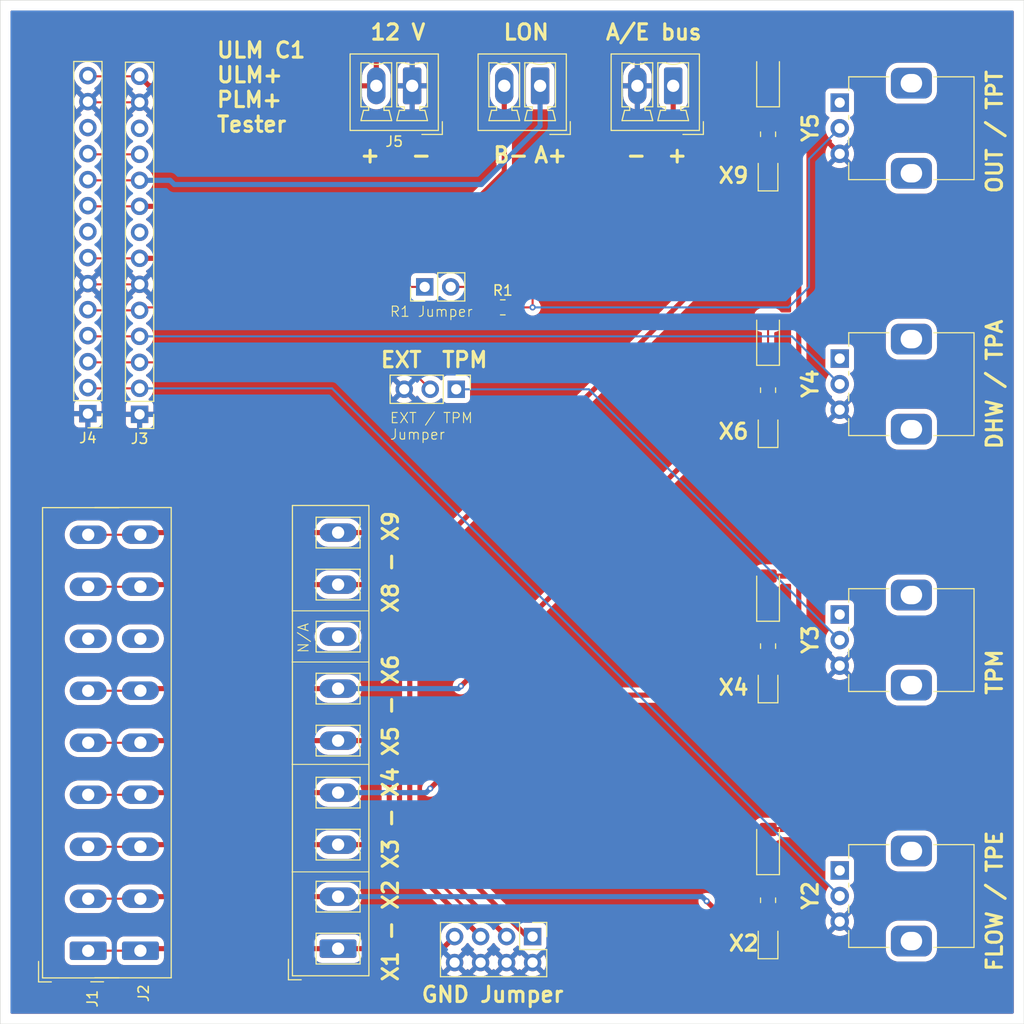
<source format=kicad_pcb>
(kicad_pcb (version 20241229) (generator "pcbnew") (generator_version "9.0")
  (layers (0 "F.Cu" signal) (2 "B.Cu" signal) (13 "F.Paste" user) (15 "B.Paste" user) (5 "F.SilkS" user "F.Silkscreen") (7 "B.SilkS" user "B.Silkscreen") (1 "F.Mask" user) (3 "B.Mask" user) (25 "Edge.Cuts" user))
  (net 0 "")
  (net 1 "X_5")
  (net 2 "X_8")
  (net 3 "X_4")
  (net 4 "X_2")
  (net 5 "X_3")
  (net 6 "X_6")
  (net 7 "X_1")
  (net 8 "X_9")
  (net 11 "Y_9")
  (net 12 "Y_5")
  (net 13 "Y_1")
  (net 15 "Y_4")
  (net 16 "Y_2")
  (net 17 "Y_14")
  (net 18 "Y_10")
  (net 19 "Y_11")
  (net 20 "Y_3")
  (net 21 "Net-(D2-A)")
  (net 23 "Y_7")
  (net 26 "Net-(D6-A)")
  (net 27 "Net-(D7-A)")
  (net 28 "Net-(D8-A)")
  (net 34 "Net-(J11-Pin_1)")
  (footprint "Resistor_SMD:R_0805_2012Metric" (layer "F.Cu") (at 124 111.0875 -90)
    (property "Reference" "R3" (hide yes))
    (property "Value" "R_Small")
    (pad "1" smd roundrect (at -0.9125 0 270) (size 1.025 1.4) (layers "F.Cu" "F.Mask" "F.Paste") (roundrect_rratio 0.243902) (net 17 "Y_14"))
    (pad "2" smd roundrect (at 0.9125 0 270) (size 1.025 1.4) (layers "F.Cu" "F.Mask" "F.Paste") (roundrect_rratio 0.243902) (net 26 "Net-(D6-A)"))
  )
  (footprint "Diode_SMD:D_MiniMELF" (layer "F.Cu") (at 124 130.75 90)
    (property "Reference" "D1" (hide yes))
    (property "Value" "D_Small" (hide yes))
    (pad "1" smd roundrect (at -1.75 0 90) (size 1.3 1.7) (layers "F.Cu" "F.Mask" "F.Paste") (roundrect_rratio 0.1923076923) (net 17 "Y_14"))
    (pad "2" smd roundrect (at 1.75 0 90) (size 1.3 1.7) (layers "F.Cu" "F.Mask" "F.Paste") (roundrect_rratio 0.1923076923) (net 17 "Y_14"))
  )
  (footprint "Connector_Phoenix_MC_HighVoltage:PhoenixContact_MCV_1,5_9-G-5.08_1x09_P5.08mm_Vertical" (layer "F.Cu") (at 57.59 140.85 90)
    (property "Reference" "J1" (at -4.68 0.41 90) (layer "F.SilkS"))
    (property "Value" "Conn_01x09_Pin" (hide yes))
    (pad "1" thru_hole roundrect (at 0 0 90) (size 1.8 3.6) (drill 1.2) (layers "*.Cu" "*.Mask") (roundrect_rratio 0.138889) (net 7 "X_1"))
    (pad "2" thru_hole oval (at 5.08 0 90) (size 1.8 3.6) (drill 1.2) (layers "*.Cu" "*.Mask") (net 4 "X_2"))
    (pad "3" thru_hole oval (at 10.16 0 90) (size 1.8 3.6) (drill 1.2) (layers "*.Cu" "*.Mask") (net 5 "X_3"))
    (pad "4" thru_hole oval (at 15.24 0 90) (size 1.8 3.6) (drill 1.2) (layers "*.Cu" "*.Mask") (net 3 "X_4"))
    (pad "5" thru_hole oval (at 20.32 0 90) (size 1.8 3.6) (drill 1.2) (layers "*.Cu" "*.Mask") (net 1 "X_5"))
    (pad "6" thru_hole oval (at 25.4 0 90) (size 1.8 3.6) (drill 1.2) (layers "*.Cu" "*.Mask") (net 6 "X_6"))
    (pad "7" thru_hole oval (at 30.48 0 90) (size 1.8 3.6) (drill 1.2) (layers "*.Cu" "*.Mask"))
    (pad "8" thru_hole oval (at 35.56 0 90) (size 1.8 3.6) (drill 1.2) (layers "*.Cu" "*.Mask") (net 2 "X_8"))
    (pad "9" thru_hole oval (at 40.64 0 90) (size 1.8 3.6) (drill 1.2) (layers "*.Cu" "*.Mask") (net 8 "X_9"))
  )
  (footprint "Diode_SMD:D_MiniMELF" (layer "F.Cu") (at 124 55.75 90)
    (property "Reference" "D5" (hide yes))
    (property "Value" "D_Small")
    (pad "1" smd roundrect (at -1.75 0 90) (size 1.3 1.7) (layers "F.Cu" "F.Mask" "F.Paste") (roundrect_rratio 0.1923076923) (net 17 "Y_14"))
    (pad "2" smd roundrect (at 1.75 0 90) (size 1.3 1.7) (layers "F.Cu" "F.Mask" "F.Paste") (roundrect_rratio 0.1923076923) (net 17 "Y_14"))
  )
  (footprint "Connector_Phoenix_MC_HighVoltage:PhoenixContact_MCV_1,5_9-G-5.08_1x09_P5.08mm_Vertical" (layer "F.Cu") (at 62.69 140.84 90)
    (property "Reference" "J2" (at -4.16 0.31 90) (layer "F.SilkS"))
    (property "Value" "Conn_01x09_Pin" (hide yes))
    (pad "1" thru_hole roundrect (at 0 0 90) (size 1.8 3.6) (drill 1.2) (layers "*.Cu" "*.Mask") (roundrect_rratio 0.138889) (net 7 "X_1"))
    (pad "2" thru_hole oval (at 5.08 0 90) (size 1.8 3.6) (drill 1.2) (layers "*.Cu" "*.Mask") (net 4 "X_2"))
    (pad "3" thru_hole oval (at 10.16 0 90) (size 1.8 3.6) (drill 1.2) (layers "*.Cu" "*.Mask") (net 5 "X_3"))
    (pad "4" thru_hole oval (at 15.24 0 90) (size 1.8 3.6) (drill 1.2) (layers "*.Cu" "*.Mask") (net 3 "X_4"))
    (pad "5" thru_hole oval (at 20.32 0 90) (size 1.8 3.6) (drill 1.2) (layers "*.Cu" "*.Mask") (net 1 "X_5"))
    (pad "6" thru_hole oval (at 25.4 0 90) (size 1.8 3.6) (drill 1.2) (layers "*.Cu" "*.Mask") (net 6 "X_6"))
    (pad "7" thru_hole oval (at 30.48 0 90) (size 1.8 3.6) (drill 1.2) (layers "*.Cu" "*.Mask"))
    (pad "8" thru_hole oval (at 35.56 0 90) (size 1.8 3.6) (drill 1.2) (layers "*.Cu" "*.Mask") (net 2 "X_8"))
    (pad "9" thru_hole oval (at 40.64 0 90) (size 1.8 3.6) (drill 1.2) (layers "*.Cu" "*.Mask") (net 8 "X_9"))
  )
  (footprint "LED_SMD:LED_0805_2012Metric" (layer "F.Cu") (at 124 64.9375 90)
    (property "Reference" "D8" (hide yes))
    (property "Value" "LED")
    (pad "1" smd roundrect (at -0.9375 0 90) (size 0.975 1.4) (layers "F.Cu" "F.Mask" "F.Paste") (net 8 "X_9"))
    (pad "2" smd roundrect (at 0.9375 0 90) (size 0.975 1.4) (layers "F.Cu" "F.Mask" "F.Paste") (net 28 "Net-(D8-A)"))
  )
  (footprint "Potentiometer_THT:Potentiometer_Alps_RK09K_Single_Vertical" (layer "F.Cu") (at 131 133)
    (property "Reference" "RV4" (hide yes))
    (property "Value" "R_Potentiometer_Small" (hide yes))
    (pad "1" thru_hole rect (at 0 0) (size 1.8 1.8) (drill 1) (layers "*.Cu" "*.Mask"))
    (pad "2" thru_hole circle (at 0 2.5) (size 1.8 1.8) (drill 1) (layers "*.Cu" "*.Mask") (net 16 "Y_2"))
    (pad "3" thru_hole circle (at 0 5) (size 1.8 1.8) (drill 1) (layers "*.Cu" "*.Mask") (net 13 "Y_1"))
    (pad "MP" thru_hole roundrect (at 7 -1.9) (size 4 3) (drill oval 2.1 1.8) (layers "*.Cu" "*.Mask"))
    (pad "MP" thru_hole roundrect (at 7 6.9) (size 4 3) (drill oval 2.1 1.8) (layers "*.Cu" "*.Mask"))
  )
  (footprint "Connector_Phoenix_MC:PhoenixContact_MCV_1,5_2-G-3.5_1x02_P3.50mm_Vertical" (layer "F.Cu") (at 89.2325 56.3575 180)
    (property "Reference" "J5" (at 1.75 -5.45 0) (layer "F.SilkS"))
    (property "Value" "Conn_01x02_Socket" (hide yes))
    (pad "1" thru_hole roundrect (at 0 0 180) (size 1.8 3.6) (drill 1.2) (layers "*.Cu" "*.Mask") (roundrect_rratio 0.138889) (net 13 "Y_1"))
    (pad "2" thru_hole oval (at 3.5 0 180) (size 1.8 3.6) (drill 1.2) (layers "*.Cu" "*.Mask") (net 17 "Y_14"))
  )
  (footprint "Resistor_SMD:R_0805_2012Metric" (layer "F.Cu") (at 124 61.0875 -90)
    (property "Reference" "R5" (hide yes))
    (property "Value" "R_Small")
    (pad "1" smd roundrect (at -0.9125 0 270) (size 1.025 1.4) (layers "F.Cu" "F.Mask" "F.Paste") (roundrect_rratio 0.243902) (net 17 "Y_14"))
    (pad "2" smd roundrect (at 0.9125 0 270) (size 1.025 1.4) (layers "F.Cu" "F.Mask" "F.Paste") (roundrect_rratio 0.243902) (net 28 "Net-(D8-A)"))
  )
  (footprint "Connector_Phoenix_MC:PhoenixContact_MCV_1,5_2-G-3.5_1x02_P3.50mm_Vertical" (layer "F.Cu") (at 114.7325 56.3575 180)
    (property "Reference" "J7" (hide yes))
    (property "Value" "Conn_01x02_Socket" (hide yes))
    (pad "1" thru_hole roundrect (at 0 0 180) (size 1.8 3.6) (drill 1.2) (layers "*.Cu" "*.Mask") (roundrect_rratio 0.138889) (net 23 "Y_7"))
    (pad "2" thru_hole oval (at 3.5 0 180) (size 1.8 3.6) (drill 1.2) (layers "*.Cu" "*.Mask") (net 13 "Y_1"))
  )
  (footprint "LED_SMD:LED_0805_2012Metric" (layer "F.Cu") (at 124 114.9375 90)
    (property "Reference" "D6" (hide yes))
    (property "Value" "LED")
    (pad "1" smd roundrect (at -0.9375 0 90) (size 0.975 1.4) (layers "F.Cu" "F.Mask" "F.Paste") (net 3 "X_4"))
    (pad "2" smd roundrect (at 0.9375 0 90) (size 0.975 1.4) (layers "F.Cu" "F.Mask" "F.Paste") (net 26 "Net-(D6-A)"))
  )
  (footprint "Potentiometer_THT:Potentiometer_Alps_RK09K_Single_Vertical" (layer "F.Cu") (at 131 108)
    (property "Reference" "RV3" (hide yes))
    (property "Value" "R_Potentiometer_Small" (hide yes))
    (pad "1" thru_hole rect (at 0 0) (size 1.8 1.8) (drill 1) (layers "*.Cu" "*.Mask"))
    (pad "2" thru_hole circle (at 0 2.5) (size 1.8 1.8) (drill 1) (layers "*.Cu" "*.Mask") (net 34 "Net-(J11-Pin_1)"))
    (pad "3" thru_hole circle (at 0 5) (size 1.8 1.8) (drill 1) (layers "*.Cu" "*.Mask") (net 13 "Y_1"))
    (pad "MP" thru_hole roundrect (at 7 -1.9) (size 4 3) (drill oval 2.1 1.8) (layers "*.Cu" "*.Mask"))
    (pad "MP" thru_hole roundrect (at 7 6.9) (size 4 3) (drill oval 2.1 1.8) (layers "*.Cu" "*.Mask"))
  )
  (footprint "Resistor_SMD:R_0805_2012Metric" (layer "F.Cu") (at 124 135.9125 -90)
    (property "Reference" "R2" (hide yes))
    (property "Value" "R_Small" (hide yes))
    (pad "1" smd roundrect (at -0.9125 0 270) (size 1.025 1.4) (layers "F.Cu" "F.Mask" "F.Paste") (roundrect_rratio 0.243902) (net 17 "Y_14"))
    (pad "2" smd roundrect (at 0.9125 0 270) (size 1.025 1.4) (layers "F.Cu" "F.Mask" "F.Paste") (roundrect_rratio 0.243902) (net 21 "Net-(D2-A)"))
  )
  (footprint "Connector_PinHeader_2.54mm:PinHeader_1x02_P2.54mm_Vertical" (layer "F.Cu") (at 90.46 76 90)
    (property "Reference" "J10" (hide yes))
    (property "Value" "Conn_01x02_Pin" (hide yes))
    (pad "1" thru_hole rect (at 0 0 90) (size 1.7 1.7) (drill 1) (layers "*.Cu" "*.Mask") (net 12 "Y_5"))
    (pad "2" thru_hole circle (at 0 2.54 90) (size 1.7 1.7) (drill 1) (layers "*.Cu" "*.Mask") (net 12 "Y_5"))
  )
  (footprint "Potentiometer_THT:Potentiometer_Alps_RK09K_Single_Vertical" (layer "F.Cu") (at 131 83)
    (property "Reference" "RV2" (hide yes))
    (property "Value" "R_Potentiometer_Small" (hide yes))
    (pad "1" thru_hole rect (at 0 0) (size 1.8 1.8) (drill 1) (layers "*.Cu" "*.Mask"))
    (pad "2" thru_hole circle (at 0 2.5) (size 1.8 1.8) (drill 1) (layers "*.Cu" "*.Mask") (net 15 "Y_4"))
    (pad "3" thru_hole circle (at 0 5) (size 1.8 1.8) (drill 1) (layers "*.Cu" "*.Mask") (net 13 "Y_1"))
    (pad "MP" thru_hole roundrect (at 7 -1.9) (size 4 3) (drill oval 2.1 1.8) (layers "*.Cu" "*.Mask"))
    (pad "MP" thru_hole roundrect (at 7 6.9) (size 4 3) (drill oval 2.1 1.8) (layers "*.Cu" "*.Mask"))
  )
  (footprint "Connector_PinHeader_2.54mm:PinHeader_1x14_P2.54mm_Vertical" (layer "F.Cu") (at 57.56 88.38 180)
    (property "Reference" "J4" (at 0 -2.38 0) (layer "F.SilkS"))
    (property "Value" "Conn_01x14_Pin" (hide yes))
    (pad "1" thru_hole rect (at 0 0 180) (size 1.7 1.7) (drill 1) (layers "*.Cu" "*.Mask") (net 13 "Y_1"))
    (pad "2" thru_hole circle (at 0 2.54 180) (size 1.7 1.7) (drill 1) (layers "*.Cu" "*.Mask") (net 16 "Y_2"))
    (pad "3" thru_hole circle (at 0 5.08 180) (size 1.7 1.7) (drill 1) (layers "*.Cu" "*.Mask") (net 20 "Y_3"))
    (pad "4" thru_hole circle (at 0 7.62 180) (size 1.7 1.7) (drill 1) (layers "*.Cu" "*.Mask") (net 15 "Y_4"))
    (pad "5" thru_hole circle (at 0 10.16 180) (size 1.7 1.7) (drill 1) (layers "*.Cu" "*.Mask") (net 12 "Y_5"))
    (pad "6" thru_hole circle (at 0 12.7 180) (size 1.7 1.7) (drill 1) (layers "*.Cu" "*.Mask") (net 13 "Y_1"))
    (pad "7" thru_hole circle (at 0 15.24 180) (size 1.7 1.7) (drill 1) (layers "*.Cu" "*.Mask") (net 23 "Y_7"))
    (pad "8" thru_hole circle (at 0 17.78 180) (size 1.7 1.7) (drill 1) (layers "*.Cu" "*.Mask"))
    (pad "9" thru_hole circle (at 0 20.32 180) (size 1.7 1.7) (drill 1) (layers "*.Cu" "*.Mask") (net 11 "Y_9"))
    (pad "10" thru_hole circle (at 0 22.86 180) (size 1.7 1.7) (drill 1) (layers "*.Cu" "*.Mask") (net 18 "Y_10"))
    (pad "11" thru_hole circle (at 0 25.4 180) (size 1.7 1.7) (drill 1) (layers "*.Cu" "*.Mask") (net 19 "Y_11"))
    (pad "12" thru_hole circle (at 0 27.94 180) (size 1.7 1.7) (drill 1) (layers "*.Cu" "*.Mask"))
    (pad "13" thru_hole circle (at 0 30.48 180) (size 1.7 1.7) (drill 1) (layers "*.Cu" "*.Mask") (net 13 "Y_1"))
    (pad "14" thru_hole circle (at 0 33.02 180) (size 1.7 1.7) (drill 1) (layers "*.Cu" "*.Mask") (net 17 "Y_14"))
  )
  (footprint "Diode_SMD:D_MiniMELF" (layer "F.Cu") (at 124 81 90)
    (property "Reference" "D4" (hide yes))
    (property "Value" "D_Small")
    (pad "1" smd roundrect (at -1.75 0 90) (size 1.3 1.7) (layers "F.Cu" "F.Mask" "F.Paste") (roundrect_rratio 0.1923076923) (net 17 "Y_14"))
    (pad "2" smd roundrect (at 1.75 0 90) (size 1.3 1.7) (layers "F.Cu" "F.Mask" "F.Paste") (roundrect_rratio 0.1923076923) (net 17 "Y_14"))
  )
  (footprint "Connector_Phoenix_MC_HighVoltage:PhoenixContact_MCV_1,5_9-G-5.08_1x09_P5.08mm_Vertical" (layer "F.Cu") (at 82 140.64 90)
    (property "Reference" "J9" (hide yes))
    (property "Value" "Conn_01x09_Pin" (hide yes))
    (fp_text user "N/A" (at 28.8 -2.8 90) (layer "F.SilkS") (effects (font (thickness 0.1)) (justify left bottom)))
    (pad "1" thru_hole roundrect (at 0 0 90) (size 1.8 3.6) (drill 1.2) (layers "*.Cu" "*.Mask") (roundrect_rratio 0.138889) (net 7 "X_1"))
    (pad "2" thru_hole oval (at 5.08 0 90) (size 1.8 3.6) (drill 1.2) (layers "*.Cu" "*.Mask") (net 4 "X_2"))
    (pad "3" thru_hole oval (at 10.16 0 90) (size 1.8 3.6) (drill 1.2) (layers "*.Cu" "*.Mask") (net 5 "X_3"))
    (pad "4" thru_hole oval (at 15.24 0 90) (size 1.8 3.6) (drill 1.2) (layers "*.Cu" "*.Mask") (net 3 "X_4"))
    (pad "5" thru_hole oval (at 20.32 0 90) (size 1.8 3.6) (drill 1.2) (layers "*.Cu" "*.Mask") (net 1 "X_5"))
    (pad "6" thru_hole oval (at 25.4 0 90) (size 1.8 3.6) (drill 1.2) (layers "*.Cu" "*.Mask") (net 6 "X_6"))
    (pad "7" thru_hole oval (at 30.48 0 90) (size 1.8 3.6) (drill 1.2) (layers "*.Cu" "*.Mask"))
    (pad "8" thru_hole oval (at 35.56 0 90) (size 1.8 3.6) (drill 1.2) (layers "*.Cu" "*.Mask") (net 2 "X_8"))
    (pad "9" thru_hole oval (at 40.64 0 90) (size 1.8 3.6) (drill 1.2) (layers "*.Cu" "*.Mask") (net 8 "X_9"))
  )
  (footprint "Resistor_SMD:R_0805_2012Metric" (layer "F.Cu") (at 124 86.0875 -90)
    (property "Reference" "R4" (hide yes))
    (property "Value" "R_Small")
    (pad "1" smd roundrect (at -0.9125 0 270) (size 1.025 1.4) (layers "F.Cu" "F.Mask" "F.Paste") (roundrect_rratio 0.243902) (net 17 "Y_14"))
    (pad "2" smd roundrect (at 0.9125 0 270) (size 1.025 1.4) (layers "F.Cu" "F.Mask" "F.Paste") (roundrect_rratio 0.243902) (net 27 "Net-(D7-A)"))
  )
  (footprint "Connector_PinHeader_2.54mm:PinHeader_1x14_P2.54mm_Vertical" (layer "F.Cu") (at 62.61 88.45 180)
    (property "Reference" "J3" (at 0 -2.38 0) (layer "F.SilkS"))
    (property "Value" "Conn_01x14_Pin" (hide yes))
    (pad "1" thru_hole rect (at 0 0 180) (size 1.7 1.7) (drill 1) (layers "*.Cu" "*.Mask") (net 13 "Y_1"))
    (pad "2" thru_hole circle (at 0 2.54 180) (size 1.7 1.7) (drill 1) (layers "*.Cu" "*.Mask") (net 16 "Y_2"))
    (pad "3" thru_hole circle (at 0 5.08 180) (size 1.7 1.7) (drill 1) (layers "*.Cu" "*.Mask") (net 20 "Y_3"))
    (pad "4" thru_hole circle (at 0 7.62 180) (size 1.7 1.7) (drill 1) (layers "*.Cu" "*.Mask") (net 15 "Y_4"))
    (pad "5" thru_hole circle (at 0 10.16 180) (size 1.7 1.7) (drill 1) (layers "*.Cu" "*.Mask") (net 12 "Y_5"))
    (pad "6" thru_hole circle (at 0 12.7 180) (size 1.7 1.7) (drill 1) (layers "*.Cu" "*.Mask") (net 13 "Y_1"))
    (pad "7" thru_hole circle (at 0 15.24 180) (size 1.7 1.7) (drill 1) (layers "*.Cu" "*.Mask") (net 23 "Y_7"))
    (pad "8" thru_hole circle (at 0 17.78 180) (size 1.7 1.7) (drill 1) (layers "*.Cu" "*.Mask"))
    (pad "9" thru_hole circle (at 0 20.32 180) (size 1.7 1.7) (drill 1) (layers "*.Cu" "*.Mask") (net 11 "Y_9"))
    (pad "10" thru_hole circle (at 0 22.86 180) (size 1.7 1.7) (drill 1) (layers "*.Cu" "*.Mask") (net 18 "Y_10"))
    (pad "11" thru_hole circle (at 0 25.4 180) (size 1.7 1.7) (drill 1) (layers "*.Cu" "*.Mask") (net 19 "Y_11"))
    (pad "12" thru_hole circle (at 0 27.94 180) (size 1.7 1.7) (drill 1) (layers "*.Cu" "*.Mask"))
    (pad "13" thru_hole circle (at 0 30.48 180) (size 1.7 1.7) (drill 1) (layers "*.Cu" "*.Mask") (net 13 "Y_1"))
    (pad "14" thru_hole circle (at 0 33.02 180) (size 1.7 1.7) (drill 1) (layers "*.Cu" "*.Mask") (net 17 "Y_14"))
  )
  (footprint "LED_SMD:LED_0805_2012Metric" (layer "F.Cu") (at 124 139.9375 90)
    (property "Reference" "D2" (hide yes))
    (property "Value" "LED")
    (pad "1" smd roundrect (at -0.9375 0 90) (size 0.975 1.4) (layers "F.Cu" "F.Mask" "F.Paste") (net 4 "X_2"))
    (pad "2" smd roundrect (at 0.9375 0 90) (size 0.975 1.4) (layers "F.Cu" "F.Mask" "F.Paste") (net 21 "Net-(D2-A)"))
  )
  (footprint "Connector_Phoenix_MC:PhoenixContact_MCV_1,5_2-G-3.5_1x02_P3.50mm_Vertical" (layer "F.Cu") (at 101.7325 56.3575 180)
    (property "Reference" "J6" (hide yes))
    (property "Value" "Conn_01x02_Socket" (hide yes))
    (pad "1" thru_hole roundrect (at 0 0 180) (size 1.8 3.6) (drill 1.2) (layers "*.Cu" "*.Mask") (roundrect_rratio 0.138889) (net 18 "Y_10"))
    (pad "2" thru_hole oval (at 3.5 0 180) (size 1.8 3.6) (drill 1.2) (layers "*.Cu" "*.Mask") (net 11 "Y_9"))
  )
  (footprint "LED_SMD:LED_0805_2012Metric" (layer "F.Cu") (at 124 90 90)
    (property "Reference" "D7" (hide yes))
    (property "Value" "LED")
    (pad "1" smd roundrect (at -0.9375 0 90) (size 0.975 1.4) (layers "F.Cu" "F.Mask" "F.Paste") (net 6 "X_6"))
    (pad "2" smd roundrect (at 0.9375 0 90) (size 0.975 1.4) (layers "F.Cu" "F.Mask" "F.Paste") (net 27 "Net-(D7-A)"))
  )
  (footprint "Diode_SMD:D_MiniMELF" (layer "F.Cu") (at 124 106 90)
    (property "Reference" "D3" (hide yes))
    (property "Value" "D_Small")
    (pad "1" smd roundrect (at -1.75 0 90) (size 1.3 1.7) (layers "F.Cu" "F.Mask" "F.Paste") (roundrect_rratio 0.1923076923) (net 17 "Y_14"))
    (pad "2" smd roundrect (at 1.75 0 90) (size 1.3 1.7) (layers "F.Cu" "F.Mask" "F.Paste") (roundrect_rratio 0.1923076923) (net 17 "Y_14"))
  )
  (footprint "Connector_PinHeader_2.54mm:PinHeader_1x03_P2.54mm_Vertical" (layer "F.Cu") (at 93.54 86 -90)
    (property "Reference" "J11" (hide yes))
    (property "Value" "Conn_01x03_Pin" (hide yes))
    (pad "1" thru_hole rect (at 0 0 270) (size 1.7 1.7) (drill 1) (layers "*.Cu" "*.Mask") (net 34 "Net-(J11-Pin_1)"))
    (pad "2" thru_hole circle (at 0 2.54 270) (size 1.7 1.7) (drill 1) (layers "*.Cu" "*.Mask") (net 20 "Y_3"))
    (pad "3" thru_hole circle (at 0 5.08 270) (size 1.7 1.7) (drill 1) (layers "*.Cu" "*.Mask") (net 13 "Y_1"))
  )
  (footprint "Resistor_SMD:R_0805_2012Metric" (layer "F.Cu") (at 98.0875 78)
    (property "Reference" "R1" (at 0 -1.65 0) (layer "F.SilkS"))
    (property "Value" "R_Small" (hide yes))
    (pad "1" smd roundrect (at -0.9125 0) (size 1.025 1.4) (layers "F.Cu" "F.Mask" "F.Paste") (roundrect_rratio 0.243902) (net 12 "Y_5"))
    (pad "2" smd roundrect (at 0.9125 0) (size 1.025 1.4) (layers "F.Cu" "F.Mask" "F.Paste") (roundrect_rratio 0.243902) (net 12 "Y_5"))
  )
  (footprint "Potentiometer_THT:Potentiometer_Alps_RK09K_Single_Vertical" (layer "F.Cu") (at 131 58)
    (property "Reference" "RV1" (hide yes))
    (property "Value" "R_Potentiometer_Small" (hide yes))
    (pad "1" thru_hole rect (at 0 0) (size 1.8 1.8) (drill 1) (layers "*.Cu" "*.Mask"))
    (pad "2" thru_hole circle (at 0 2.5) (size 1.8 1.8) (drill 1) (layers "*.Cu" "*.Mask") (net 12 "Y_5"))
    (pad "3" thru_hole circle (at 0 5) (size 1.8 1.8) (drill 1) (layers "*.Cu" "*.Mask") (net 13 "Y_1"))
    (pad "MP" thru_hole roundrect (at 7 -1.9) (size 4 3) (drill oval 2.1 1.8) (layers "*.Cu" "*.Mask"))
    (pad "MP" thru_hole roundrect (at 7 6.9) (size 4 3) (drill oval 2.1 1.8) (layers "*.Cu" "*.Mask"))
  )
  (footprint "Connector_PinHeader_2.54mm:PinHeader_2x04_P2.54mm_Vertical" (layer "F.Cu") (at 101 139.46 -90)
    (property "Reference" "J8" (hide yes))
    (property "Value" "Conn_02x04_Odd_Even" (hide yes))
    (pad "1" thru_hole rect (at 0 0 270) (size 1.7 1.7) (drill 1) (layers "*.Cu" "*.Mask") (net 2 "X_8"))
    (pad "2" thru_hole circle (at 2.54 0 270) (size 1.7 1.7) (drill 1) (layers "*.Cu" "*.Mask") (net 13 "Y_1"))
    (pad "3" thru_hole circle (at 0 2.54 270) (size 1.7 1.7) (drill 1) (layers "*.Cu" "*.Mask") (net 1 "X_5"))
    (pad "4" thru_hole circle (at 2.54 2.54 270) (size 1.7 1.7) (drill 1) (layers "*.Cu" "*.Mask") (net 13 "Y_1"))
    (pad "5" thru_hole circle (at 0 5.08 270) (size 1.7 1.7) (drill 1) (layers "*.Cu" "*.Mask") (net 5 "X_3"))
    (pad "6" thru_hole circle (at 2.54 5.08 270) (size 1.7 1.7) (drill 1) (layers "*.Cu" "*.Mask") (net 13 "Y_1"))
    (pad "7" thru_hole circle (at 0 7.62 270) (size 1.7 1.7) (drill 1) (layers "*.Cu" "*.Mask") (net 7 "X_1"))
    (pad "8" thru_hole circle (at 2.54 7.62 270) (size 1.7 1.7) (drill 1) (layers "*.Cu" "*.Mask") (net 13 "Y_1"))
  )
  (gr_line (start 49 148) (end 149 148) (stroke (width 0.05)) (layer "Edge.Cuts"))
  (gr_line (start 49 48) (end 49 148) (stroke (width 0.05)) (layer "Edge.Cuts"))
  (gr_line (start 149 48) (end 49 48) (stroke (width 0.05)) (layer "Edge.Cuts"))
  (gr_line (start 149 148) (end 149 48) (stroke (width 0.05)) (layer "Edge.Cuts"))
  (gr_text "A+" (at 101 64 0) (layer "F.SilkS") (effects (font (size 1.5 1.5) (thickness 0.3) (bold yes)) (justify left bottom)))
  (gr_text "+" (at 114 64 0) (layer "F.SilkS") (effects (font (size 1.5 1.5) (thickness 0.3) (bold yes)) (justify left bottom)))
  (gr_text "X1 - X2" (at 88 144 90) (layer "F.SilkS") (effects (font (size 1.5 1.5) (thickness 0.3) (bold yes)) (justify left bottom)))
  (gr_text "X2" (at 120 141 0) (layer "F.SilkS") (effects (font (size 1.5 1.5) (thickness 0.3) (bold yes)) (justify left bottom)))
  (gr_text "Y2" (at 129 137 90) (layer "F.SilkS") (effects (font (size 1.5 1.5) (thickness 0.3) (bold yes)) (justify left bottom)))
  (gr_text "-" (at 89 64 0) (layer "F.SilkS") (effects (font (size 1.5 1.5) (thickness 0.3) (bold yes)) (justify left bottom)))
  (gr_text "A/E bus" (at 108 52 0) (layer "F.SilkS") (effects (font (size 1.5 1.5) (thickness 0.3) (bold yes)) (justify left bottom)))
  (gr_text "Y3" (at 129 112 90) (layer "F.SilkS") (effects (font (size 1.5 1.5) (thickness 0.3) (bold yes)) (justify left bottom)))
  (gr_text "X5 - X6" (at 88 122 90) (layer "F.SilkS") (effects (font (size 1.5 1.5) (thickness 0.3) (bold yes)) (justify left bottom)))
  (gr_text "B-" (at 97 64 0) (layer "F.SilkS") (effects (font (size 1.5 1.5) (thickness 0.3) (bold yes)) (justify left bottom)))
  (gr_text "R1 Jumper" (at 87 79 0) (layer "F.SilkS") (effects (font (size 1 1) (thickness 0.1)) (justify left bottom)))
  (gr_text "Y4" (at 129 87 90) (layer "F.SilkS") (effects (font (size 1.5 1.5) (thickness 0.3) (bold yes)) (justify left bottom)))
  (gr_text "X8 - X9" (at 88 108 90) (layer "F.SilkS") (effects (font (size 1.5 1.5) (thickness 0.3) (bold yes)) (justify left bottom)))
  (gr_text "EXT" (at 86 84 0) (layer "F.SilkS") (effects (font (size 1.5 1.5) (thickness 0.3) (bold yes)) (justify left bottom)))
  (gr_text "LON" (at 98 52 0) (layer "F.SilkS") (effects (font (size 1.5 1.5) (thickness 0.3) (bold yes)) (justify left bottom)))
  (gr_text "ULM C1\nULM+\nPLM+\nTester" (at 70 61 0) (layer "F.SilkS") (effects (font (size 1.5 1.5) (thickness 0.3) (bold yes)) (justify left bottom)))
  (gr_text "GND Jumper" (at 90 146 0) (layer "F.SilkS") (effects (font (size 1.5 1.5) (thickness 0.3) (bold yes)) (justify left bottom)))
  (gr_text "+" (at 84 64 0) (layer "F.SilkS") (effects (font (size 1.5 1.5) (thickness 0.3) (bold yes)) (justify left bottom)))
  (gr_text "X6" (at 119 91 0) (layer "F.SilkS") (effects (font (size 1.5 1.5) (thickness 0.3) (bold yes)) (justify left bottom)))
  (gr_text "X4" (at 119 116 0) (layer "F.SilkS") (effects (font (size 1.5 1.5) (thickness 0.3) (bold yes)) (justify left bottom)))
  (gr_text "TPM" (at 92 84 0) (layer "F.SilkS") (effects (font (size 1.5 1.5) (thickness 0.3) (bold yes)) (justify left bottom)))
  (gr_text "OUT / TPT" (at 147 67 90) (layer "F.SilkS") (effects (font (size 1.5 1.5) (thickness 0.3) (bold yes)) (justify left bottom)))
  (gr_text "-" (at 110 64 0) (layer "F.SilkS") (effects (font (size 1.5 1.5) (thickness 0.3) (bold yes)) (justify left bottom)))
  (gr_text "FLOW / TPE" (at 147 143 90) (layer "F.SilkS") (effects (font (size 1.5 1.5) (thickness 0.3) (bold yes)) (justify left bottom)))
  (gr_text "EXT / TPM\nJumper" (at 87 91 0) (layer "F.SilkS") (effects (font (size 1 1) (thickness 0.1)) (justify left bottom)))
  (gr_text "12 V" (at 85 52 0) (layer "F.SilkS") (effects (font (size 1.5 1.5) (thickness 0.3) (bold yes)) (justify left bottom)))
  (gr_text "X9" (at 119 66 0) (layer "F.SilkS") (effects (font (size 1.5 1.5) (thickness 0.3) (bold yes)) (justify left bottom)))
  (gr_text "Y5" (at 129 62 90) (layer "F.SilkS") (effects (font (size 1.5 1.5) (thickness 0.3) (bold yes)) (justify left bottom)))
  (gr_text "TPM" (at 147 116 90) (layer "F.SilkS") (effects (font (size 1.5 1.5) (thickness 0.3) (bold yes)) (justify left bottom)))
  (gr_text "DHW / TPA" (at 147 92 90) (layer "F.SilkS") (effects (font (size 1.5 1.5) (thickness 0.3) (bold yes)) (justify left bottom)))
  (gr_text "X3 - X4" (at 88 133 90) (layer "F.SilkS") (effects (font (size 1.5 1.5) (thickness 0.3) (bold yes)) (justify left bottom)))
  (segment (start 57.59 120.53) (end 62.68 120.53) (width 0.2) (layer "F.Cu") (net 1))
  (segment (start 98.46 139.46) (end 87 128) (width 0.5) (layer "F.Cu") (net 1))
  (segment (start 82 120.32) (end 62.89 120.32) (width 0.5) (layer "F.Cu") (net 1))
  (segment (start 87 122) (end 85.32 120.32) (width 0.5) (layer "F.Cu") (net 1))
  (segment (start 62.89 120.32) (end 62.69 120.52) (width 0.5) (layer "F.Cu") (net 1))
  (segment (start 85.32 120.32) (end 82 120.32) (width 0.5) (layer "F.Cu") (net 1))
  (segment (start 62.68 120.53) (end 62.69 120.52) (width 0.2) (layer "F.Cu") (net 1))
  (segment (start 87 128) (end 87 122) (width 0.5) (layer "F.Cu") (net 1))
  (segment (start 101 139.46) (end 100.46 139.46) (width 0.5) (layer "F.Cu") (net 2))
  (segment (start 89 109) (end 85 105) (width 0.5) (layer "F.Cu") (net 2))
  (segment (start 85 105) (end 84.92 105.08) (width 0.5) (layer "F.Cu") (net 2))
  (segment (start 62.68 105.29) (end 62.69 105.28) (width 0.2) (layer "F.Cu") (net 2))
  (segment (start 84.92 105.08) (end 82 105.08) (width 0.5) (layer "F.Cu") (net 2))
  (segment (start 82 105.08) (end 62.89 105.08) (width 0.5) (layer "F.Cu") (net 2))
  (segment (start 57.59 105.29) (end 62.68 105.29) (width 0.2) (layer "F.Cu") (net 2))
  (segment (start 100.46 139.46) (end 89 128) (width 0.5) (layer "F.Cu") (net 2))
  (segment (start 89 128) (end 89 109) (width 0.5) (layer "F.Cu") (net 2))
  (segment (start 62.89 105.08) (end 62.69 105.28) (width 0.5) (layer "F.Cu") (net 2))
  (segment (start 124 115.875) (end 100.125 115.875) (width 0.5) (layer "F.Cu") (net 3))
  (segment (start 100.125 115.875) (end 91 125) (width 0.5) (layer "F.Cu") (net 3))
  (segment (start 57.59 125.61) (end 62.68 125.61) (width 0.2) (layer "F.Cu") (net 3))
  (segment (start 62.68 125.61) (end 62.69 125.6) (width 0.2) (layer "F.Cu") (net 3))
  (segment (start 62.89 125.4) (end 62.69 125.6) (width 0.5) (layer "F.Cu") (net 3))
  (segment (start 82 125.4) (end 62.89 125.4) (width 0.5) (layer "F.Cu") (net 3))
  (via (at 91 125) (size 0.6) (drill 0.3) (layers "F.Cu" "B.Cu") (net 3))
  (segment (start 91 125) (end 90.6 125.4) (width 0.5) (layer "B.Cu") (net 3))
  (segment (start 90.6 125.4) (end 82 125.4) (width 0.5) (layer "B.Cu") (net 3))
  (segment (start 82 135.56) (end 62.89 135.56) (width 0.5) (layer "F.Cu") (net 4))
  (segment (start 118 136) (end 122.875 140.875) (width 0.5) (layer "F.Cu") (net 4))
  (segment (start 122.875 140.875) (end 124 140.875) (width 0.5) (layer "F.Cu") (net 4))
  (segment (start 62.89 135.56) (end 62.69 135.76) (width 0.5) (layer "F.Cu") (net 4))
  (segment (start 57.6 135.76) (end 57.59 135.77) (width 0.2) (layer "F.Cu") (net 4))
  (segment (start 62.69 135.76) (end 57.6 135.76) (width 0.2) (layer "F.Cu") (net 4))
  (via (at 118 136) (size 0.6) (drill 0.3) (layers "F.Cu" "B.Cu") (net 4))
  (segment (start 118 136) (end 117.56 135.56) (width 0.5) (layer "B.Cu") (net 4))
  (segment (start 117.56 135.56) (end 82 135.56) (width 0.5) (layer "B.Cu") (net 4))
  (segment (start 62.68 130.69) (end 62.69 130.68) (width 0.2) (layer "F.Cu") (net 5))
  (segment (start 57.59 130.69) (end 62.68 130.69) (width 0.2) (layer "F.Cu") (net 5))
  (segment (start 62.89 130.48) (end 62.69 130.68) (width 0.5) (layer "F.Cu") (net 5))
  (segment (start 95.92 139.46) (end 86.94 130.48) (width 0.5) (layer "F.Cu") (net 5))
  (segment (start 82 130.48) (end 62.89 130.48) (width 0.5) (layer "F.Cu") (net 5))
  (segment (start 86.94 130.48) (end 82 130.48) (width 0.5) (layer "F.Cu") (net 5))
  (segment (start 57.59 115.45) (end 62.68 115.45) (width 0.2) (layer "F.Cu") (net 6))
  (segment (start 62.68 115.45) (end 62.69 115.44) (width 0.2) (layer "F.Cu") (net 6))
  (segment (start 118.0625 90.9375) (end 94 115) (width 0.5) (layer "F.Cu") (net 6))
  (segment (start 124 90.9375) (end 118.0625 90.9375) (width 0.5) (layer "F.Cu") (net 6))
  (segment (start 82 115.24) (end 62.89 115.24) (width 0.5) (layer "F.Cu") (net 6))
  (segment (start 62.89 115.24) (end 62.69 115.44) (width 0.5) (layer "F.Cu") (net 6))
  (via (at 94 115) (size 0.6) (drill 0.3) (layers "F.Cu" "B.Cu") (net 6))
  (segment (start 94 115) (end 93.76 115.24) (width 0.5) (layer "B.Cu") (net 6))
  (segment (start 93.76 115.24) (end 82 115.24) (width 0.5) (layer "B.Cu") (net 6))
  (segment (start 62.89 140.64) (end 62.69 140.84) (width 0.5) (layer "F.Cu") (net 7))
  (segment (start 92.2 140.64) (end 82 140.64) (width 0.5) (layer "F.Cu") (net 7))
  (segment (start 62.69 140.84) (end 57.6 140.84) (width 0.2) (layer "F.Cu") (net 7))
  (segment (start 57.6 140.84) (end 57.59 140.85) (width 0.2) (layer "F.Cu") (net 7))
  (segment (start 82 140.64) (end 62.89 140.64) (width 0.5) (layer "F.Cu") (net 7))
  (segment (start 93.38 139.46) (end 92.2 140.64) (width 0.5) (layer "F.Cu") (net 7))
  (segment (start 93 100) (end 124 69) (width 0.5) (layer "F.Cu") (net 8))
  (segment (start 82 100) (end 93 100) (width 0.5) (layer "F.Cu") (net 8))
  (segment (start 57.59 100.21) (end 62.68 100.21) (width 0.2) (layer "F.Cu") (net 8))
  (segment (start 124 69) (end 124 65.875) (width 0.5) (layer "F.Cu") (net 8))
  (segment (start 82 100) (end 62.89 100) (width 0.5) (layer "F.Cu") (net 8))
  (segment (start 62.68 100.21) (end 62.69 100.2) (width 0.2) (layer "F.Cu") (net 8))
  (segment (start 62.89 100) (end 62.69 100.2) (width 0.5) (layer "F.Cu") (net 8))
  (segment (start 98.2325 56.3575) (end 98.2325 64.7675) (width 0.5) (layer "F.Cu") (net 11))
  (segment (start 57.63 68.13) (end 57.56 68.06) (width 0.2) (layer "F.Cu") (net 11))
  (segment (start 62.61 68.13) (end 57.63 68.13) (width 0.2) (layer "F.Cu") (net 11))
  (segment (start 98.2325 64.7675) (end 94.87 68.13) (width 0.5) (layer "F.Cu") (net 11))
  (segment (start 94.87 68.13) (end 62.61 68.13) (width 0.5) (layer "F.Cu") (net 11))
  (segment (start 57.63 78.29) (end 57.56 78.22) (width 0.2) (layer "F.Cu") (net 12))
  (segment (start 62.9 78) (end 62.61 78.29) (width 0.2) (layer "F.Cu") (net 12))
  (segment (start 101 77) (end 101 78) (width 0.2) (layer "F.Cu") (net 12))
  (segment (start 90.46 76) (end 88 76) (width 0.2) (layer "F.Cu") (net 12))
  (segment (start 87 77) (end 87 78) (width 0.2) (layer "F.Cu") (net 12))
  (segment (start 100 76) (end 101 77) (width 0.2) (layer "F.Cu") (net 12))
  (segment (start 88 76) (end 87 77) (width 0.2) (layer "F.Cu") (net 12))
  (segment (start 93 76) (end 100 76) (width 0.2) (layer "F.Cu") (net 12))
  (segment (start 97.175 78) (end 99 78) (width 0.2) (layer "F.Cu") (net 12))
  (segment (start 87 78) (end 62.9 78) (width 0.2) (layer "F.Cu") (net 12))
  (segment (start 97.175 78) (end 87 78) (width 0.2) (layer "F.Cu") (net 12))
  (segment (start 62.61 78.29) (end 57.63 78.29) (width 0.2) (layer "F.Cu") (net 12))
  (segment (start 101 78) (end 99 78) (width 0.2) (layer "F.Cu") (net 12))
  (via (at 101 78) (size 0.6) (drill 0.3) (layers "F.Cu" "B.Cu") (net 12))
  (segment (start 131 60.5) (end 128 63.5) (width 0.2) (layer "B.Cu") (net 12))
  (segment (start 126 78) (end 101 78) (width 0.2) (layer "B.Cu") (net 12))
  (segment (start 128 63.5) (end 128 76) (width 0.2) (layer "B.Cu") (net 12))
  (segment (start 128 76) (end 126 78) (width 0.2) (layer "B.Cu") (net 12))
  (segment (start 57.63 88.45) (end 57.56 88.38) (width 0.2) (layer "F.Cu") (net 13))
  (segment (start 62.61 75.75) (end 57.63 75.75) (width 0.2) (layer "F.Cu") (net 13))
  (segment (start 57.63 57.97) (end 57.56 57.9) (width 0.2) (layer "F.Cu") (net 13))
  (segment (start 57.63 75.75) (end 57.56 75.68) (width 0.2) (layer "F.Cu") (net 13))
  (segment (start 62.61 57.97) (end 57.63 57.97) (width 0.2) (layer "F.Cu") (net 13))
  (segment (start 62.61 88.45) (end 57.63 88.45) (width 0.2) (layer "F.Cu") (net 13))
  (segment (start 62.61 80.83) (end 57.63 80.83) (width 0.2) (layer "F.Cu") (net 15))
  (segment (start 57.63 80.83) (end 57.56 80.76) (width 0.2) (layer "F.Cu") (net 15))
  (segment (start 131 85.5) (end 126.33 80.83) (width 0.2) (layer "B.Cu") (net 15))
  (segment (start 126.33 80.83) (end 62.61 80.83) (width 0.2) (layer "B.Cu") (net 15))
  (segment (start 57.63 85.91) (end 57.56 85.84) (width 0.2) (layer "F.Cu") (net 16))
  (segment (start 62.61 85.91) (end 57.63 85.91) (width 0.2) (layer "F.Cu") (net 16))
  (segment (start 81.41 85.91) (end 62.61 85.91) (width 0.2) (layer "B.Cu") (net 16))
  (segment (start 131 135.5) (end 81.41 85.91) (width 0.2) (layer "B.Cu") (net 16))
  (segment (start 126 54) (end 127 55) (width 0.5) (layer "F.Cu") (net 17))
  (segment (start 124 82.75) (end 124 85.175) (width 0.5) (layer "F.Cu") (net 17))
  (segment (start 124 54) (end 126 54) (width 0.5) (layer "F.Cu") (net 17))
  (segment (start 63.5375 56.3575) (end 62.61 55.43) (width 0.5) (layer "F.Cu") (net 17))
  (segment (start 124 57.5) (end 124 60.175) (width 0.5) (layer "F.Cu") (net 17))
  (segment (start 124 129) (end 124 132.5) (width 0.2) (layer "F.Cu") (net 17))
  (segment (start 62.61 55.43) (end 57.63 55.43) (width 0.2) (layer "F.Cu") (net 17))
  (segment (start 127 104) (end 127 128) (width 0.5) (layer "F.Cu") (net 17))
  (segment (start 87 52) (end 123 52) (width 0.5) (layer "F.Cu") (net 17))
  (segment (start 57.63 55.43) (end 57.56 55.36) (width 0.2) (layer "F.Cu") (net 17))
  (segment (start 124 104.25) (end 124 107.75) (width 0.2) (layer "F.Cu") (net 17))
  (segment (start 127 79) (end 127 104) (width 0.5) (layer "F.Cu") (net 17))
  (segment (start 123 52) (end 124 53) (width 0.5) (layer "F.Cu") (net 17))
  (segment (start 124 79.25) (end 126.75 79.25) (width 0.5) (layer "F.Cu") (net 17))
  (segment (start 85.7325 53.2675) (end 87 52) (width 0.5) (layer "F.Cu") (net 17))
  (segment (start 124 79.25) (end 124 82.75) (width 0.2) (layer "F.Cu") (net 17))
  (segment (start 85.7325 56.3575) (end 63.5375 56.3575) (width 0.5) (layer "F.Cu") (net 17))
  (segment (start 124 54) (end 124 57.5) (width 0.2) (layer "F.Cu") (net 17))
  (segment (start 124 110.175) (end 124 107.75) (width 0.5) (layer "F.Cu") (net 17))
  (segment (start 85.7325 56.3575) (end 85.7325 53.2675) (width 0.5) (layer "F.Cu") (net 17))
  (segment (start 124 135) (end 124 132.5) (width 0.5) (layer "F.Cu") (net 17))
  (segment (start 124 104.25) (end 126.75 104.25) (width 0.5) (layer "F.Cu") (net 17))
  (segment (start 126.75 79.25) (end 127 79) (width 0.5) (layer "F.Cu") (net 17))
  (segment (start 126.75 104.25) (end 127 104) (width 0.5) (layer "F.Cu") (net 17))
  (segment (start 127 128) (end 126 129) (width 0.5) (layer "F.Cu") (net 17))
  (segment (start 126 129) (end 124 129) (width 0.5) (layer "F.Cu") (net 17))
  (segment (start 127 55) (end 127 79) (width 0.5) (layer "F.Cu") (net 17))
  (segment (start 124 53) (end 124 54) (width 0.5) (layer "F.Cu") (net 17))
  (segment (start 57.63 65.59) (end 57.56 65.52) (width 0.2) (layer "F.Cu") (net 18))
  (segment (start 62.61 65.59) (end 57.63 65.59) (width 0.2) (layer "F.Cu") (net 18))
  (segment (start 101.7325 56.3575) (end 101.7325 60.2675) (width 0.5) (layer "B.Cu") (net 18))
  (segment (start 96 66) (end 66 66) (width 0.5) (layer "B.Cu") (net 18))
  (segment (start 101.7325 60.2675) (end 96 66) (width 0.5) (layer "B.Cu") (net 18))
  (segment (start 66 66) (end 65.59 65.59) (width 0.5) (layer "B.Cu") (net 18))
  (segment (start 65.59 65.59) (end 62.61 65.59) (width 0.5) (layer "B.Cu") (net 18))
  (segment (start 62.61 63.05) (end 57.63 63.05) (width 0.2) (layer "F.Cu") (net 19))
  (segment (start 57.63 63.05) (end 57.56 62.98) (width 0.2) (layer "F.Cu") (net 19))
  (segment (start 62.61 83.37) (end 57.63 83.37) (width 0.2) (layer "F.Cu") (net 20))
  (segment (start 88.37 83.37) (end 62.61 83.37) (width 0.2) (layer "F.Cu") (net 20))
  (segment (start 57.63 83.37) (end 57.56 83.3) (width 0.2) (layer "F.Cu") (net 20))
  (segment (start 91 86) (end 88.37 83.37) (width 0.2) (layer "F.Cu") (net 20))
  (segment (start 124 139) (end 124 136.825) (width 0.5) (layer "F.Cu") (net 21))
  (segment (start 114.7325 65.2675) (end 106.79 73.21) (width 0.5) (layer "F.Cu") (net 23))
  (segment (start 57.63 73.21) (end 57.56 73.14) (width 0.2) (layer "F.Cu") (net 23))
  (segment (start 114.7325 56.3575) (end 114.7325 65.2675) (width 0.5) (layer "F.Cu") (net 23))
  (segment (start 62.61 73.21) (end 57.63 73.21) (width 0.2) (layer "F.Cu") (net 23))
  (segment (start 106.79 73.21) (end 62.61 73.21) (width 0.5) (layer "F.Cu") (net 23))
  (segment (start 124 114) (end 124 112) (width 0.5) (layer "F.Cu") (net 26))
  (segment (start 124 87) (end 124 89.0625) (width 0.5) (layer "F.Cu") (net 27))
  (segment (start 124 62) (end 124 64) (width 0.5) (layer "F.Cu") (net 28))
  (segment (start 131 110.5) (end 107.75 87.25) (width 0.2) (layer "B.Cu") (net 34))
  (segment (start 93.54 86) (end 106.5 86) (width 0.2) (layer "B.Cu") (net 34))
  (segment (start 106.5 86) (end 107.75 87.25) (width 0.2) (layer "B.Cu") (net 34))
  (zone (net 13) (net_name "Y_1") (layers "F.Cu" "B.Cu") (connect_pads (clearance 0.5)) (min_thickness 0.25) (fill yes (thermal_gap 0.5) (thermal_bridge_width 0.5))
    (polygon (pts (xy 50 49) (xy 148 49) (xy 148 147) (xy 50 147)))
  )
)
</source>
